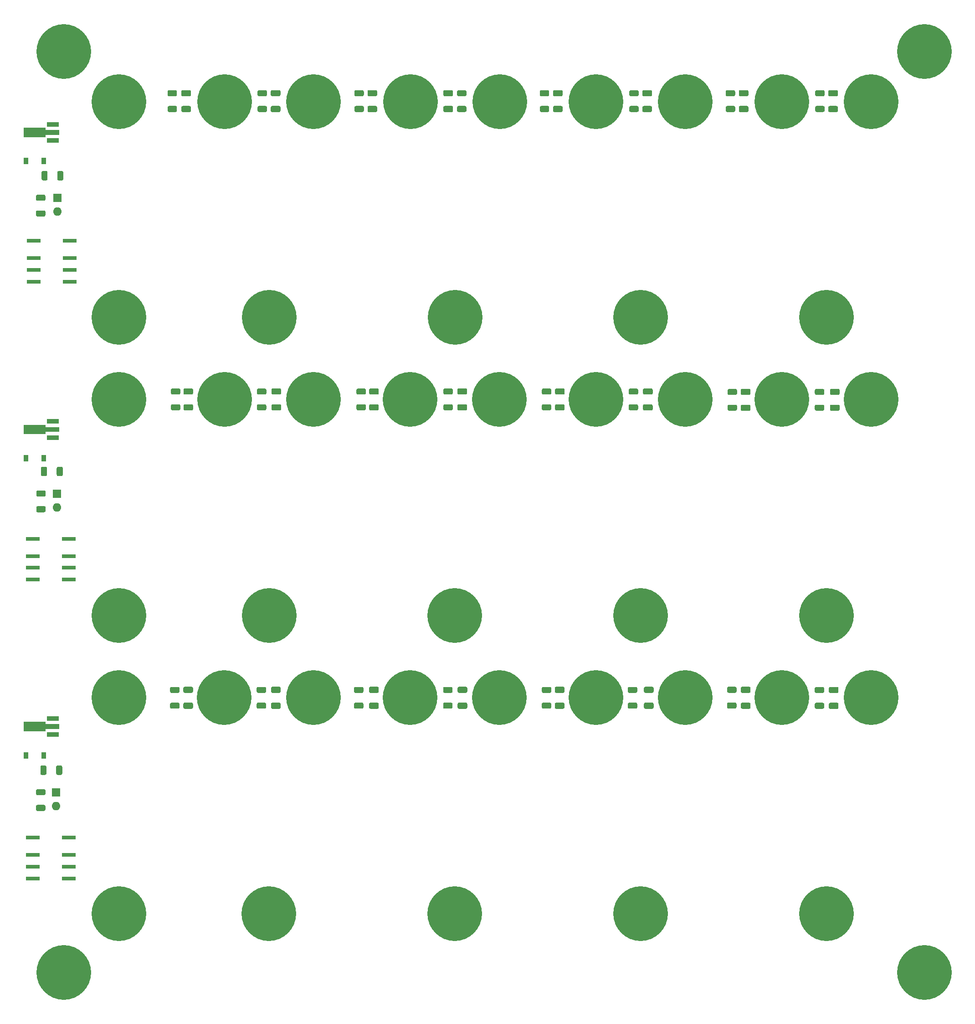
<source format=gbr>
%TF.GenerationSoftware,KiCad,Pcbnew,(5.1.9)-1*%
%TF.CreationDate,2021-07-24T23:41:22+02:00*%
%TF.ProjectId,RelayControls-HPK,52656c61-7943-46f6-9e74-726f6c732d48,V0.1*%
%TF.SameCoordinates,Original*%
%TF.FileFunction,Soldermask,Top*%
%TF.FilePolarity,Negative*%
%FSLAX46Y46*%
G04 Gerber Fmt 4.6, Leading zero omitted, Abs format (unit mm)*
G04 Created by KiCad (PCBNEW (5.1.9)-1) date 2021-07-24 23:41:22*
%MOMM*%
%LPD*%
G01*
G04 APERTURE LIST*
%ADD10R,0.900000X1.200000*%
%ADD11R,1.600000X1.600000*%
%ADD12O,1.600000X1.600000*%
%ADD13C,10.160000*%
%ADD14R,2.660000X0.800000*%
%ADD15C,0.100000*%
%ADD16R,2.300000X0.900000*%
G04 APERTURE END LIST*
%TO.C,C1*%
G36*
G01*
X120500001Y-37325000D02*
X119199999Y-37325000D01*
G75*
G02*
X118950000Y-37075001I0J249999D01*
G01*
X118950000Y-36424999D01*
G75*
G02*
X119199999Y-36175000I249999J0D01*
G01*
X120500001Y-36175000D01*
G75*
G02*
X120750000Y-36424999I0J-249999D01*
G01*
X120750000Y-37075001D01*
G75*
G02*
X120500001Y-37325000I-249999J0D01*
G01*
G37*
G36*
G01*
X120500001Y-40275000D02*
X119199999Y-40275000D01*
G75*
G02*
X118950000Y-40025001I0J249999D01*
G01*
X118950000Y-39374999D01*
G75*
G02*
X119199999Y-39125000I249999J0D01*
G01*
X120500001Y-39125000D01*
G75*
G02*
X120750000Y-39374999I0J-249999D01*
G01*
X120750000Y-40025001D01*
G75*
G02*
X120500001Y-40275000I-249999J0D01*
G01*
G37*
%TD*%
%TO.C,C2*%
G36*
G01*
X51425001Y-40275000D02*
X50124999Y-40275000D01*
G75*
G02*
X49875000Y-40025001I0J249999D01*
G01*
X49875000Y-39374999D01*
G75*
G02*
X50124999Y-39125000I249999J0D01*
G01*
X51425001Y-39125000D01*
G75*
G02*
X51675000Y-39374999I0J-249999D01*
G01*
X51675000Y-40025001D01*
G75*
G02*
X51425001Y-40275000I-249999J0D01*
G01*
G37*
G36*
G01*
X51425001Y-37325000D02*
X50124999Y-37325000D01*
G75*
G02*
X49875000Y-37075001I0J249999D01*
G01*
X49875000Y-36424999D01*
G75*
G02*
X50124999Y-36175000I249999J0D01*
G01*
X51425001Y-36175000D01*
G75*
G02*
X51675000Y-36424999I0J-249999D01*
G01*
X51675000Y-37075001D01*
G75*
G02*
X51425001Y-37325000I-249999J0D01*
G01*
G37*
%TD*%
%TO.C,C3*%
G36*
G01*
X86025001Y-37325000D02*
X84724999Y-37325000D01*
G75*
G02*
X84475000Y-37075001I0J249999D01*
G01*
X84475000Y-36424999D01*
G75*
G02*
X84724999Y-36175000I249999J0D01*
G01*
X86025001Y-36175000D01*
G75*
G02*
X86275000Y-36424999I0J-249999D01*
G01*
X86275000Y-37075001D01*
G75*
G02*
X86025001Y-37325000I-249999J0D01*
G01*
G37*
G36*
G01*
X86025001Y-40275000D02*
X84724999Y-40275000D01*
G75*
G02*
X84475000Y-40025001I0J249999D01*
G01*
X84475000Y-39374999D01*
G75*
G02*
X84724999Y-39125000I249999J0D01*
G01*
X86025001Y-39125000D01*
G75*
G02*
X86275000Y-39374999I0J-249999D01*
G01*
X86275000Y-40025001D01*
G75*
G02*
X86025001Y-40275000I-249999J0D01*
G01*
G37*
%TD*%
%TO.C,C4*%
G36*
G01*
X155025001Y-37325000D02*
X153724999Y-37325000D01*
G75*
G02*
X153475000Y-37075001I0J249999D01*
G01*
X153475000Y-36424999D01*
G75*
G02*
X153724999Y-36175000I249999J0D01*
G01*
X155025001Y-36175000D01*
G75*
G02*
X155275000Y-36424999I0J-249999D01*
G01*
X155275000Y-37075001D01*
G75*
G02*
X155025001Y-37325000I-249999J0D01*
G01*
G37*
G36*
G01*
X155025001Y-40275000D02*
X153724999Y-40275000D01*
G75*
G02*
X153475000Y-40025001I0J249999D01*
G01*
X153475000Y-39374999D01*
G75*
G02*
X153724999Y-39125000I249999J0D01*
G01*
X155025001Y-39125000D01*
G75*
G02*
X155275000Y-39374999I0J-249999D01*
G01*
X155275000Y-40025001D01*
G75*
G02*
X155025001Y-40275000I-249999J0D01*
G01*
G37*
%TD*%
%TO.C,C5*%
G36*
G01*
X135799999Y-39125000D02*
X137100001Y-39125000D01*
G75*
G02*
X137350000Y-39374999I0J-249999D01*
G01*
X137350000Y-40025001D01*
G75*
G02*
X137100001Y-40275000I-249999J0D01*
G01*
X135799999Y-40275000D01*
G75*
G02*
X135550000Y-40025001I0J249999D01*
G01*
X135550000Y-39374999D01*
G75*
G02*
X135799999Y-39125000I249999J0D01*
G01*
G37*
G36*
G01*
X135799999Y-36175000D02*
X137100001Y-36175000D01*
G75*
G02*
X137350000Y-36424999I0J-249999D01*
G01*
X137350000Y-37075001D01*
G75*
G02*
X137100001Y-37325000I-249999J0D01*
G01*
X135799999Y-37325000D01*
G75*
G02*
X135550000Y-37075001I0J249999D01*
G01*
X135550000Y-36424999D01*
G75*
G02*
X135799999Y-36175000I249999J0D01*
G01*
G37*
%TD*%
%TO.C,C6*%
G36*
G01*
X66749999Y-36175000D02*
X68050001Y-36175000D01*
G75*
G02*
X68300000Y-36424999I0J-249999D01*
G01*
X68300000Y-37075001D01*
G75*
G02*
X68050001Y-37325000I-249999J0D01*
G01*
X66749999Y-37325000D01*
G75*
G02*
X66500000Y-37075001I0J249999D01*
G01*
X66500000Y-36424999D01*
G75*
G02*
X66749999Y-36175000I249999J0D01*
G01*
G37*
G36*
G01*
X66749999Y-39125000D02*
X68050001Y-39125000D01*
G75*
G02*
X68300000Y-39374999I0J-249999D01*
G01*
X68300000Y-40025001D01*
G75*
G02*
X68050001Y-40275000I-249999J0D01*
G01*
X66749999Y-40275000D01*
G75*
G02*
X66500000Y-40025001I0J249999D01*
G01*
X66500000Y-39374999D01*
G75*
G02*
X66749999Y-39125000I249999J0D01*
G01*
G37*
%TD*%
%TO.C,C7*%
G36*
G01*
X98819999Y-39125000D02*
X100120001Y-39125000D01*
G75*
G02*
X100370000Y-39374999I0J-249999D01*
G01*
X100370000Y-40025001D01*
G75*
G02*
X100120001Y-40275000I-249999J0D01*
G01*
X98819999Y-40275000D01*
G75*
G02*
X98570000Y-40025001I0J249999D01*
G01*
X98570000Y-39374999D01*
G75*
G02*
X98819999Y-39125000I249999J0D01*
G01*
G37*
G36*
G01*
X98819999Y-36175000D02*
X100120001Y-36175000D01*
G75*
G02*
X100370000Y-36424999I0J-249999D01*
G01*
X100370000Y-37075001D01*
G75*
G02*
X100120001Y-37325000I-249999J0D01*
G01*
X98819999Y-37325000D01*
G75*
G02*
X98570000Y-37075001I0J249999D01*
G01*
X98570000Y-36424999D01*
G75*
G02*
X98819999Y-36175000I249999J0D01*
G01*
G37*
%TD*%
%TO.C,C8*%
G36*
G01*
X170349999Y-36175000D02*
X171650001Y-36175000D01*
G75*
G02*
X171900000Y-36424999I0J-249999D01*
G01*
X171900000Y-37075001D01*
G75*
G02*
X171650001Y-37325000I-249999J0D01*
G01*
X170349999Y-37325000D01*
G75*
G02*
X170100000Y-37075001I0J249999D01*
G01*
X170100000Y-36424999D01*
G75*
G02*
X170349999Y-36175000I249999J0D01*
G01*
G37*
G36*
G01*
X170349999Y-39125000D02*
X171650001Y-39125000D01*
G75*
G02*
X171900000Y-39374999I0J-249999D01*
G01*
X171900000Y-40025001D01*
G75*
G02*
X171650001Y-40275000I-249999J0D01*
G01*
X170349999Y-40275000D01*
G75*
G02*
X170100000Y-40025001I0J249999D01*
G01*
X170100000Y-39374999D01*
G75*
G02*
X170349999Y-39125000I249999J0D01*
G01*
G37*
%TD*%
%TO.C,C9*%
G36*
G01*
X120875001Y-92725000D02*
X119574999Y-92725000D01*
G75*
G02*
X119325000Y-92475001I0J249999D01*
G01*
X119325000Y-91824999D01*
G75*
G02*
X119574999Y-91575000I249999J0D01*
G01*
X120875001Y-91575000D01*
G75*
G02*
X121125000Y-91824999I0J-249999D01*
G01*
X121125000Y-92475001D01*
G75*
G02*
X120875001Y-92725000I-249999J0D01*
G01*
G37*
G36*
G01*
X120875001Y-95675000D02*
X119574999Y-95675000D01*
G75*
G02*
X119325000Y-95425001I0J249999D01*
G01*
X119325000Y-94774999D01*
G75*
G02*
X119574999Y-94525000I249999J0D01*
G01*
X120875001Y-94525000D01*
G75*
G02*
X121125000Y-94774999I0J-249999D01*
G01*
X121125000Y-95425001D01*
G75*
G02*
X120875001Y-95675000I-249999J0D01*
G01*
G37*
%TD*%
%TO.C,C10*%
G36*
G01*
X51825001Y-95675000D02*
X50524999Y-95675000D01*
G75*
G02*
X50275000Y-95425001I0J249999D01*
G01*
X50275000Y-94774999D01*
G75*
G02*
X50524999Y-94525000I249999J0D01*
G01*
X51825001Y-94525000D01*
G75*
G02*
X52075000Y-94774999I0J-249999D01*
G01*
X52075000Y-95425001D01*
G75*
G02*
X51825001Y-95675000I-249999J0D01*
G01*
G37*
G36*
G01*
X51825001Y-92725000D02*
X50524999Y-92725000D01*
G75*
G02*
X50275000Y-92475001I0J249999D01*
G01*
X50275000Y-91824999D01*
G75*
G02*
X50524999Y-91575000I249999J0D01*
G01*
X51825001Y-91575000D01*
G75*
G02*
X52075000Y-91824999I0J-249999D01*
G01*
X52075000Y-92475001D01*
G75*
G02*
X51825001Y-92725000I-249999J0D01*
G01*
G37*
%TD*%
%TO.C,C11*%
G36*
G01*
X86325001Y-95675000D02*
X85024999Y-95675000D01*
G75*
G02*
X84775000Y-95425001I0J249999D01*
G01*
X84775000Y-94774999D01*
G75*
G02*
X85024999Y-94525000I249999J0D01*
G01*
X86325001Y-94525000D01*
G75*
G02*
X86575000Y-94774999I0J-249999D01*
G01*
X86575000Y-95425001D01*
G75*
G02*
X86325001Y-95675000I-249999J0D01*
G01*
G37*
G36*
G01*
X86325001Y-92725000D02*
X85024999Y-92725000D01*
G75*
G02*
X84775000Y-92475001I0J249999D01*
G01*
X84775000Y-91824999D01*
G75*
G02*
X85024999Y-91575000I249999J0D01*
G01*
X86325001Y-91575000D01*
G75*
G02*
X86575000Y-91824999I0J-249999D01*
G01*
X86575000Y-92475001D01*
G75*
G02*
X86325001Y-92725000I-249999J0D01*
G01*
G37*
%TD*%
%TO.C,C12*%
G36*
G01*
X155390001Y-92790000D02*
X154089999Y-92790000D01*
G75*
G02*
X153840000Y-92540001I0J249999D01*
G01*
X153840000Y-91889999D01*
G75*
G02*
X154089999Y-91640000I249999J0D01*
G01*
X155390001Y-91640000D01*
G75*
G02*
X155640000Y-91889999I0J-249999D01*
G01*
X155640000Y-92540001D01*
G75*
G02*
X155390001Y-92790000I-249999J0D01*
G01*
G37*
G36*
G01*
X155390001Y-95740000D02*
X154089999Y-95740000D01*
G75*
G02*
X153840000Y-95490001I0J249999D01*
G01*
X153840000Y-94839999D01*
G75*
G02*
X154089999Y-94590000I249999J0D01*
G01*
X155390001Y-94590000D01*
G75*
G02*
X155640000Y-94839999I0J-249999D01*
G01*
X155640000Y-95490001D01*
G75*
G02*
X155390001Y-95740000I-249999J0D01*
G01*
G37*
%TD*%
%TO.C,C13*%
G36*
G01*
X135924999Y-91575000D02*
X137225001Y-91575000D01*
G75*
G02*
X137475000Y-91824999I0J-249999D01*
G01*
X137475000Y-92475001D01*
G75*
G02*
X137225001Y-92725000I-249999J0D01*
G01*
X135924999Y-92725000D01*
G75*
G02*
X135675000Y-92475001I0J249999D01*
G01*
X135675000Y-91824999D01*
G75*
G02*
X135924999Y-91575000I249999J0D01*
G01*
G37*
G36*
G01*
X135924999Y-94525000D02*
X137225001Y-94525000D01*
G75*
G02*
X137475000Y-94774999I0J-249999D01*
G01*
X137475000Y-95425001D01*
G75*
G02*
X137225001Y-95675000I-249999J0D01*
G01*
X135924999Y-95675000D01*
G75*
G02*
X135675000Y-95425001I0J249999D01*
G01*
X135675000Y-94774999D01*
G75*
G02*
X135924999Y-94525000I249999J0D01*
G01*
G37*
%TD*%
%TO.C,C14*%
G36*
G01*
X66874999Y-91575000D02*
X68175001Y-91575000D01*
G75*
G02*
X68425000Y-91824999I0J-249999D01*
G01*
X68425000Y-92475001D01*
G75*
G02*
X68175001Y-92725000I-249999J0D01*
G01*
X66874999Y-92725000D01*
G75*
G02*
X66625000Y-92475001I0J249999D01*
G01*
X66625000Y-91824999D01*
G75*
G02*
X66874999Y-91575000I249999J0D01*
G01*
G37*
G36*
G01*
X66874999Y-94525000D02*
X68175001Y-94525000D01*
G75*
G02*
X68425000Y-94774999I0J-249999D01*
G01*
X68425000Y-95425001D01*
G75*
G02*
X68175001Y-95675000I-249999J0D01*
G01*
X66874999Y-95675000D01*
G75*
G02*
X66625000Y-95425001I0J249999D01*
G01*
X66625000Y-94774999D01*
G75*
G02*
X66874999Y-94525000I249999J0D01*
G01*
G37*
%TD*%
%TO.C,C15*%
G36*
G01*
X101424999Y-91575000D02*
X102725001Y-91575000D01*
G75*
G02*
X102975000Y-91824999I0J-249999D01*
G01*
X102975000Y-92475001D01*
G75*
G02*
X102725001Y-92725000I-249999J0D01*
G01*
X101424999Y-92725000D01*
G75*
G02*
X101175000Y-92475001I0J249999D01*
G01*
X101175000Y-91824999D01*
G75*
G02*
X101424999Y-91575000I249999J0D01*
G01*
G37*
G36*
G01*
X101424999Y-94525000D02*
X102725001Y-94525000D01*
G75*
G02*
X102975000Y-94774999I0J-249999D01*
G01*
X102975000Y-95425001D01*
G75*
G02*
X102725001Y-95675000I-249999J0D01*
G01*
X101424999Y-95675000D01*
G75*
G02*
X101175000Y-95425001I0J249999D01*
G01*
X101175000Y-94774999D01*
G75*
G02*
X101424999Y-94525000I249999J0D01*
G01*
G37*
%TD*%
%TO.C,C16*%
G36*
G01*
X170669999Y-91640000D02*
X171970001Y-91640000D01*
G75*
G02*
X172220000Y-91889999I0J-249999D01*
G01*
X172220000Y-92540001D01*
G75*
G02*
X171970001Y-92790000I-249999J0D01*
G01*
X170669999Y-92790000D01*
G75*
G02*
X170420000Y-92540001I0J249999D01*
G01*
X170420000Y-91889999D01*
G75*
G02*
X170669999Y-91640000I249999J0D01*
G01*
G37*
G36*
G01*
X170669999Y-94590000D02*
X171970001Y-94590000D01*
G75*
G02*
X172220000Y-94839999I0J-249999D01*
G01*
X172220000Y-95490001D01*
G75*
G02*
X171970001Y-95740000I-249999J0D01*
G01*
X170669999Y-95740000D01*
G75*
G02*
X170420000Y-95490001I0J249999D01*
G01*
X170420000Y-94839999D01*
G75*
G02*
X170669999Y-94590000I249999J0D01*
G01*
G37*
%TD*%
%TO.C,C17*%
G36*
G01*
X120825001Y-151075000D02*
X119524999Y-151075000D01*
G75*
G02*
X119275000Y-150825001I0J249999D01*
G01*
X119275000Y-150174999D01*
G75*
G02*
X119524999Y-149925000I249999J0D01*
G01*
X120825001Y-149925000D01*
G75*
G02*
X121075000Y-150174999I0J-249999D01*
G01*
X121075000Y-150825001D01*
G75*
G02*
X120825001Y-151075000I-249999J0D01*
G01*
G37*
G36*
G01*
X120825001Y-148125000D02*
X119524999Y-148125000D01*
G75*
G02*
X119275000Y-147875001I0J249999D01*
G01*
X119275000Y-147224999D01*
G75*
G02*
X119524999Y-146975000I249999J0D01*
G01*
X120825001Y-146975000D01*
G75*
G02*
X121075000Y-147224999I0J-249999D01*
G01*
X121075000Y-147875001D01*
G75*
G02*
X120825001Y-148125000I-249999J0D01*
G01*
G37*
%TD*%
%TO.C,C18*%
G36*
G01*
X51800001Y-148125000D02*
X50499999Y-148125000D01*
G75*
G02*
X50250000Y-147875001I0J249999D01*
G01*
X50250000Y-147224999D01*
G75*
G02*
X50499999Y-146975000I249999J0D01*
G01*
X51800001Y-146975000D01*
G75*
G02*
X52050000Y-147224999I0J-249999D01*
G01*
X52050000Y-147875001D01*
G75*
G02*
X51800001Y-148125000I-249999J0D01*
G01*
G37*
G36*
G01*
X51800001Y-151075000D02*
X50499999Y-151075000D01*
G75*
G02*
X50250000Y-150825001I0J249999D01*
G01*
X50250000Y-150174999D01*
G75*
G02*
X50499999Y-149925000I249999J0D01*
G01*
X51800001Y-149925000D01*
G75*
G02*
X52050000Y-150174999I0J-249999D01*
G01*
X52050000Y-150825001D01*
G75*
G02*
X51800001Y-151075000I-249999J0D01*
G01*
G37*
%TD*%
%TO.C,C19*%
G36*
G01*
X86325001Y-148125000D02*
X85024999Y-148125000D01*
G75*
G02*
X84775000Y-147875001I0J249999D01*
G01*
X84775000Y-147224999D01*
G75*
G02*
X85024999Y-146975000I249999J0D01*
G01*
X86325001Y-146975000D01*
G75*
G02*
X86575000Y-147224999I0J-249999D01*
G01*
X86575000Y-147875001D01*
G75*
G02*
X86325001Y-148125000I-249999J0D01*
G01*
G37*
G36*
G01*
X86325001Y-151075000D02*
X85024999Y-151075000D01*
G75*
G02*
X84775000Y-150825001I0J249999D01*
G01*
X84775000Y-150174999D01*
G75*
G02*
X85024999Y-149925000I249999J0D01*
G01*
X86325001Y-149925000D01*
G75*
G02*
X86575000Y-150174999I0J-249999D01*
G01*
X86575000Y-150825001D01*
G75*
G02*
X86325001Y-151075000I-249999J0D01*
G01*
G37*
%TD*%
%TO.C,C20*%
G36*
G01*
X155410001Y-151075000D02*
X154109999Y-151075000D01*
G75*
G02*
X153860000Y-150825001I0J249999D01*
G01*
X153860000Y-150174999D01*
G75*
G02*
X154109999Y-149925000I249999J0D01*
G01*
X155410001Y-149925000D01*
G75*
G02*
X155660000Y-150174999I0J-249999D01*
G01*
X155660000Y-150825001D01*
G75*
G02*
X155410001Y-151075000I-249999J0D01*
G01*
G37*
G36*
G01*
X155410001Y-148125000D02*
X154109999Y-148125000D01*
G75*
G02*
X153860000Y-147875001I0J249999D01*
G01*
X153860000Y-147224999D01*
G75*
G02*
X154109999Y-146975000I249999J0D01*
G01*
X155410001Y-146975000D01*
G75*
G02*
X155660000Y-147224999I0J-249999D01*
G01*
X155660000Y-147875001D01*
G75*
G02*
X155410001Y-148125000I-249999J0D01*
G01*
G37*
%TD*%
%TO.C,C21*%
G36*
G01*
X136099999Y-149925000D02*
X137400001Y-149925000D01*
G75*
G02*
X137650000Y-150174999I0J-249999D01*
G01*
X137650000Y-150825001D01*
G75*
G02*
X137400001Y-151075000I-249999J0D01*
G01*
X136099999Y-151075000D01*
G75*
G02*
X135850000Y-150825001I0J249999D01*
G01*
X135850000Y-150174999D01*
G75*
G02*
X136099999Y-149925000I249999J0D01*
G01*
G37*
G36*
G01*
X136099999Y-146975000D02*
X137400001Y-146975000D01*
G75*
G02*
X137650000Y-147224999I0J-249999D01*
G01*
X137650000Y-147875001D01*
G75*
G02*
X137400001Y-148125000I-249999J0D01*
G01*
X136099999Y-148125000D01*
G75*
G02*
X135850000Y-147875001I0J249999D01*
G01*
X135850000Y-147224999D01*
G75*
G02*
X136099999Y-146975000I249999J0D01*
G01*
G37*
%TD*%
%TO.C,C22*%
G36*
G01*
X66799999Y-149925000D02*
X68100001Y-149925000D01*
G75*
G02*
X68350000Y-150174999I0J-249999D01*
G01*
X68350000Y-150825001D01*
G75*
G02*
X68100001Y-151075000I-249999J0D01*
G01*
X66799999Y-151075000D01*
G75*
G02*
X66550000Y-150825001I0J249999D01*
G01*
X66550000Y-150174999D01*
G75*
G02*
X66799999Y-149925000I249999J0D01*
G01*
G37*
G36*
G01*
X66799999Y-146975000D02*
X68100001Y-146975000D01*
G75*
G02*
X68350000Y-147224999I0J-249999D01*
G01*
X68350000Y-147875001D01*
G75*
G02*
X68100001Y-148125000I-249999J0D01*
G01*
X66799999Y-148125000D01*
G75*
G02*
X66550000Y-147875001I0J249999D01*
G01*
X66550000Y-147224999D01*
G75*
G02*
X66799999Y-146975000I249999J0D01*
G01*
G37*
%TD*%
%TO.C,C23*%
G36*
G01*
X101474999Y-146975000D02*
X102775001Y-146975000D01*
G75*
G02*
X103025000Y-147224999I0J-249999D01*
G01*
X103025000Y-147875001D01*
G75*
G02*
X102775001Y-148125000I-249999J0D01*
G01*
X101474999Y-148125000D01*
G75*
G02*
X101225000Y-147875001I0J249999D01*
G01*
X101225000Y-147224999D01*
G75*
G02*
X101474999Y-146975000I249999J0D01*
G01*
G37*
G36*
G01*
X101474999Y-149925000D02*
X102775001Y-149925000D01*
G75*
G02*
X103025000Y-150174999I0J-249999D01*
G01*
X103025000Y-150825001D01*
G75*
G02*
X102775001Y-151075000I-249999J0D01*
G01*
X101474999Y-151075000D01*
G75*
G02*
X101225000Y-150825001I0J249999D01*
G01*
X101225000Y-150174999D01*
G75*
G02*
X101474999Y-149925000I249999J0D01*
G01*
G37*
%TD*%
%TO.C,C24*%
G36*
G01*
X170459999Y-149950000D02*
X171760001Y-149950000D01*
G75*
G02*
X172010000Y-150199999I0J-249999D01*
G01*
X172010000Y-150850001D01*
G75*
G02*
X171760001Y-151100000I-249999J0D01*
G01*
X170459999Y-151100000D01*
G75*
G02*
X170210000Y-150850001I0J249999D01*
G01*
X170210000Y-150199999D01*
G75*
G02*
X170459999Y-149950000I249999J0D01*
G01*
G37*
G36*
G01*
X170459999Y-147000000D02*
X171760001Y-147000000D01*
G75*
G02*
X172010000Y-147249999I0J-249999D01*
G01*
X172010000Y-147900001D01*
G75*
G02*
X171760001Y-148150000I-249999J0D01*
G01*
X170459999Y-148150000D01*
G75*
G02*
X170210000Y-147900001I0J249999D01*
G01*
X170210000Y-147249999D01*
G75*
G02*
X170459999Y-147000000I249999J0D01*
G01*
G37*
%TD*%
D10*
%TO.C,D1*%
X24305001Y-49325000D03*
X21005001Y-49325000D03*
%TD*%
D11*
%TO.C,D2*%
X26850000Y-56200000D03*
D12*
X26850000Y-58740000D03*
%TD*%
D10*
%TO.C,D3*%
X20999999Y-104500000D03*
X24299999Y-104500000D03*
%TD*%
D12*
%TO.C,D4*%
X26743629Y-113665000D03*
D11*
X26743629Y-111125000D03*
%TD*%
D10*
%TO.C,D5*%
X21000000Y-159750000D03*
X24300000Y-159750000D03*
%TD*%
D11*
%TO.C,D6*%
X26638629Y-166600000D03*
D12*
X26638629Y-169140000D03*
%TD*%
D13*
%TO.C,RED*%
X28000000Y-29000000D03*
%TD*%
%TO.C,BLACK*%
X188000000Y-200000000D03*
%TD*%
%TO.C,BLACK*%
X38300000Y-78350000D03*
%TD*%
%TO.C,BLACK*%
X66200000Y-78350000D03*
%TD*%
%TO.C,BLACK*%
X135250000Y-78375000D03*
%TD*%
%TO.C,BLACK*%
X100750000Y-78350000D03*
%TD*%
%TO.C,BLACK*%
X169775000Y-78375000D03*
%TD*%
%TO.C,RED*%
X38300000Y-38350000D03*
%TD*%
%TO.C,BLACK*%
X74475000Y-38350000D03*
%TD*%
%TO.C,BLACK*%
X57900000Y-38350000D03*
%TD*%
%TO.C,BLACK*%
X143525000Y-38355000D03*
%TD*%
%TO.C,BLACK*%
X126970000Y-38355000D03*
%TD*%
%TO.C,BLACK*%
X109040000Y-38355000D03*
%TD*%
%TO.C,BLACK*%
X92445000Y-38355000D03*
%TD*%
%TO.C,BLACK*%
X178070000Y-38350000D03*
%TD*%
%TO.C,BLACK*%
X161495000Y-38350000D03*
%TD*%
%TO.C,BLACK*%
X38275000Y-133750000D03*
%TD*%
%TO.C,BLACK*%
X135252500Y-133750000D03*
%TD*%
%TO.C,BLACK*%
X66182500Y-133750000D03*
%TD*%
%TO.C,BLACK*%
X100700000Y-133750000D03*
%TD*%
%TO.C,BLACK*%
X169777500Y-133750000D03*
%TD*%
%TO.C,RED*%
X38300000Y-93645000D03*
%TD*%
%TO.C,BLACK*%
X143525000Y-93645000D03*
%TD*%
%TO.C,BLACK*%
X126970000Y-93645000D03*
%TD*%
%TO.C,BLACK*%
X74475000Y-93645000D03*
%TD*%
%TO.C,BLACK*%
X57900000Y-93645000D03*
%TD*%
%TO.C,BLACK*%
X109000000Y-93645000D03*
%TD*%
%TO.C,BLACK*%
X92425000Y-93645000D03*
%TD*%
%TO.C,BLACK*%
X178070000Y-93645000D03*
%TD*%
%TO.C,BLACK*%
X161495000Y-93645000D03*
%TD*%
%TO.C,BLACK*%
X38275000Y-189155000D03*
%TD*%
%TO.C,BLACK*%
X135227500Y-189155000D03*
%TD*%
%TO.C,BLACK*%
X66157500Y-189155000D03*
%TD*%
%TO.C,BLACK*%
X100682500Y-189155000D03*
%TD*%
%TO.C,BLACK*%
X169752500Y-189155000D03*
%TD*%
%TO.C,RED*%
X38275000Y-149025000D03*
%TD*%
%TO.C,BLACK*%
X143500000Y-149025000D03*
%TD*%
%TO.C,BLACK*%
X126945000Y-149025000D03*
%TD*%
%TO.C,BLACK*%
X74450000Y-149025000D03*
%TD*%
%TO.C,BLACK*%
X57875000Y-149025000D03*
%TD*%
%TO.C,BLACK*%
X108975000Y-149000000D03*
%TD*%
%TO.C,BLACK*%
X92400000Y-149025000D03*
%TD*%
%TO.C,BLACK*%
X178045000Y-149025000D03*
%TD*%
%TO.C,BLACK*%
X161470000Y-149025000D03*
%TD*%
%TO.C,RED*%
X188000000Y-29000000D03*
%TD*%
%TO.C,BLACK*%
X28000000Y-200000000D03*
%TD*%
D14*
%TO.C,K1*%
X22410001Y-64154999D03*
X22410001Y-67354999D03*
X22410001Y-69554999D03*
X22410001Y-71754999D03*
X29150001Y-71754999D03*
X29150001Y-69554999D03*
X29150001Y-67354999D03*
X29150001Y-64154999D03*
%TD*%
%TO.C,K2*%
X22260000Y-119500000D03*
X22260000Y-122700000D03*
X22260000Y-124900000D03*
X22260000Y-127100000D03*
X29000000Y-127100000D03*
X29000000Y-124900000D03*
X29000000Y-122700000D03*
X29000000Y-119500000D03*
%TD*%
%TO.C,K3*%
X29000000Y-175000000D03*
X29000000Y-178200000D03*
X29000000Y-180400000D03*
X29000000Y-182600000D03*
X22260000Y-182600000D03*
X22260000Y-180400000D03*
X22260000Y-178200000D03*
X22260000Y-175000000D03*
%TD*%
D15*
%TO.C,Q1*%
G36*
X20555001Y-43158500D02*
G01*
X24680001Y-43158500D01*
X24680001Y-43575000D01*
X27155001Y-43575000D01*
X27155001Y-44475000D01*
X24680001Y-44475000D01*
X24680001Y-44891500D01*
X20555001Y-44891500D01*
X20555001Y-43158500D01*
G37*
D16*
X26005001Y-42525000D03*
X26005001Y-45525000D03*
%TD*%
%TO.C,Q2*%
X25999999Y-100700000D03*
X25999999Y-97700000D03*
D15*
G36*
X20549999Y-98333500D02*
G01*
X24674999Y-98333500D01*
X24674999Y-98750000D01*
X27149999Y-98750000D01*
X27149999Y-99650000D01*
X24674999Y-99650000D01*
X24674999Y-100066500D01*
X20549999Y-100066500D01*
X20549999Y-98333500D01*
G37*
%TD*%
D16*
%TO.C,Q3*%
X26000000Y-155875000D03*
X26000000Y-152875000D03*
D15*
G36*
X20550000Y-153508500D02*
G01*
X24675000Y-153508500D01*
X24675000Y-153925000D01*
X27150000Y-153925000D01*
X27150000Y-154825000D01*
X24675000Y-154825000D01*
X24675000Y-155241500D01*
X20550000Y-155241500D01*
X20550000Y-153508500D01*
G37*
%TD*%
%TO.C,R1*%
G36*
G01*
X26831371Y-52700001D02*
X26831371Y-51449999D01*
G75*
G02*
X27081370Y-51200000I249999J0D01*
G01*
X27706372Y-51200000D01*
G75*
G02*
X27956371Y-51449999I0J-249999D01*
G01*
X27956371Y-52700001D01*
G75*
G02*
X27706372Y-52950000I-249999J0D01*
G01*
X27081370Y-52950000D01*
G75*
G02*
X26831371Y-52700001I0J249999D01*
G01*
G37*
G36*
G01*
X23906371Y-52700001D02*
X23906371Y-51449999D01*
G75*
G02*
X24156370Y-51200000I249999J0D01*
G01*
X24781372Y-51200000D01*
G75*
G02*
X25031371Y-51449999I0J-249999D01*
G01*
X25031371Y-52700001D01*
G75*
G02*
X24781372Y-52950000I-249999J0D01*
G01*
X24156370Y-52950000D01*
G75*
G02*
X23906371Y-52700001I0J249999D01*
G01*
G37*
%TD*%
%TO.C,R2*%
G36*
G01*
X64299999Y-39125000D02*
X65550001Y-39125000D01*
G75*
G02*
X65800000Y-39374999I0J-249999D01*
G01*
X65800000Y-40000001D01*
G75*
G02*
X65550001Y-40250000I-249999J0D01*
G01*
X64299999Y-40250000D01*
G75*
G02*
X64050000Y-40000001I0J249999D01*
G01*
X64050000Y-39374999D01*
G75*
G02*
X64299999Y-39125000I249999J0D01*
G01*
G37*
G36*
G01*
X64299999Y-36200000D02*
X65550001Y-36200000D01*
G75*
G02*
X65800000Y-36449999I0J-249999D01*
G01*
X65800000Y-37075001D01*
G75*
G02*
X65550001Y-37325000I-249999J0D01*
G01*
X64299999Y-37325000D01*
G75*
G02*
X64050000Y-37075001I0J249999D01*
G01*
X64050000Y-36449999D01*
G75*
G02*
X64299999Y-36200000I249999J0D01*
G01*
G37*
%TD*%
%TO.C,R3*%
G36*
G01*
X118000001Y-40250000D02*
X116749999Y-40250000D01*
G75*
G02*
X116500000Y-40000001I0J249999D01*
G01*
X116500000Y-39374999D01*
G75*
G02*
X116749999Y-39125000I249999J0D01*
G01*
X118000001Y-39125000D01*
G75*
G02*
X118250000Y-39374999I0J-249999D01*
G01*
X118250000Y-40000001D01*
G75*
G02*
X118000001Y-40250000I-249999J0D01*
G01*
G37*
G36*
G01*
X118000001Y-37325000D02*
X116749999Y-37325000D01*
G75*
G02*
X116500000Y-37075001I0J249999D01*
G01*
X116500000Y-36449999D01*
G75*
G02*
X116749999Y-36200000I249999J0D01*
G01*
X118000001Y-36200000D01*
G75*
G02*
X118250000Y-36449999I0J-249999D01*
G01*
X118250000Y-37075001D01*
G75*
G02*
X118000001Y-37325000I-249999J0D01*
G01*
G37*
%TD*%
%TO.C,R4*%
G36*
G01*
X48825001Y-37325000D02*
X47574999Y-37325000D01*
G75*
G02*
X47325000Y-37075001I0J249999D01*
G01*
X47325000Y-36449999D01*
G75*
G02*
X47574999Y-36200000I249999J0D01*
G01*
X48825001Y-36200000D01*
G75*
G02*
X49075000Y-36449999I0J-249999D01*
G01*
X49075000Y-37075001D01*
G75*
G02*
X48825001Y-37325000I-249999J0D01*
G01*
G37*
G36*
G01*
X48825001Y-40250000D02*
X47574999Y-40250000D01*
G75*
G02*
X47325000Y-40000001I0J249999D01*
G01*
X47325000Y-39374999D01*
G75*
G02*
X47574999Y-39125000I249999J0D01*
G01*
X48825001Y-39125000D01*
G75*
G02*
X49075000Y-39374999I0J-249999D01*
G01*
X49075000Y-40000001D01*
G75*
G02*
X48825001Y-40250000I-249999J0D01*
G01*
G37*
%TD*%
%TO.C,R5*%
G36*
G01*
X83550001Y-37325000D02*
X82299999Y-37325000D01*
G75*
G02*
X82050000Y-37075001I0J249999D01*
G01*
X82050000Y-36449999D01*
G75*
G02*
X82299999Y-36200000I249999J0D01*
G01*
X83550001Y-36200000D01*
G75*
G02*
X83800000Y-36449999I0J-249999D01*
G01*
X83800000Y-37075001D01*
G75*
G02*
X83550001Y-37325000I-249999J0D01*
G01*
G37*
G36*
G01*
X83550001Y-40250000D02*
X82299999Y-40250000D01*
G75*
G02*
X82050000Y-40000001I0J249999D01*
G01*
X82050000Y-39374999D01*
G75*
G02*
X82299999Y-39125000I249999J0D01*
G01*
X83550001Y-39125000D01*
G75*
G02*
X83800000Y-39374999I0J-249999D01*
G01*
X83800000Y-40000001D01*
G75*
G02*
X83550001Y-40250000I-249999J0D01*
G01*
G37*
%TD*%
%TO.C,R6*%
G36*
G01*
X152550001Y-40250000D02*
X151299999Y-40250000D01*
G75*
G02*
X151050000Y-40000001I0J249999D01*
G01*
X151050000Y-39374999D01*
G75*
G02*
X151299999Y-39125000I249999J0D01*
G01*
X152550001Y-39125000D01*
G75*
G02*
X152800000Y-39374999I0J-249999D01*
G01*
X152800000Y-40000001D01*
G75*
G02*
X152550001Y-40250000I-249999J0D01*
G01*
G37*
G36*
G01*
X152550001Y-37325000D02*
X151299999Y-37325000D01*
G75*
G02*
X151050000Y-37075001I0J249999D01*
G01*
X151050000Y-36449999D01*
G75*
G02*
X151299999Y-36200000I249999J0D01*
G01*
X152550001Y-36200000D01*
G75*
G02*
X152800000Y-36449999I0J-249999D01*
G01*
X152800000Y-37075001D01*
G75*
G02*
X152550001Y-37325000I-249999J0D01*
G01*
G37*
%TD*%
%TO.C,R7*%
G36*
G01*
X133374999Y-36200000D02*
X134625001Y-36200000D01*
G75*
G02*
X134875000Y-36449999I0J-249999D01*
G01*
X134875000Y-37075001D01*
G75*
G02*
X134625001Y-37325000I-249999J0D01*
G01*
X133374999Y-37325000D01*
G75*
G02*
X133125000Y-37075001I0J249999D01*
G01*
X133125000Y-36449999D01*
G75*
G02*
X133374999Y-36200000I249999J0D01*
G01*
G37*
G36*
G01*
X133374999Y-39125000D02*
X134625001Y-39125000D01*
G75*
G02*
X134875000Y-39374999I0J-249999D01*
G01*
X134875000Y-40000001D01*
G75*
G02*
X134625001Y-40250000I-249999J0D01*
G01*
X133374999Y-40250000D01*
G75*
G02*
X133125000Y-40000001I0J249999D01*
G01*
X133125000Y-39374999D01*
G75*
G02*
X133374999Y-39125000I249999J0D01*
G01*
G37*
%TD*%
%TO.C,R8*%
G36*
G01*
X101369999Y-39125000D02*
X102620001Y-39125000D01*
G75*
G02*
X102870000Y-39374999I0J-249999D01*
G01*
X102870000Y-40000001D01*
G75*
G02*
X102620001Y-40250000I-249999J0D01*
G01*
X101369999Y-40250000D01*
G75*
G02*
X101120000Y-40000001I0J249999D01*
G01*
X101120000Y-39374999D01*
G75*
G02*
X101369999Y-39125000I249999J0D01*
G01*
G37*
G36*
G01*
X101369999Y-36200000D02*
X102620001Y-36200000D01*
G75*
G02*
X102870000Y-36449999I0J-249999D01*
G01*
X102870000Y-37075001D01*
G75*
G02*
X102620001Y-37325000I-249999J0D01*
G01*
X101369999Y-37325000D01*
G75*
G02*
X101120000Y-37075001I0J249999D01*
G01*
X101120000Y-36449999D01*
G75*
G02*
X101369999Y-36200000I249999J0D01*
G01*
G37*
%TD*%
%TO.C,R9*%
G36*
G01*
X167924999Y-39125000D02*
X169175001Y-39125000D01*
G75*
G02*
X169425000Y-39374999I0J-249999D01*
G01*
X169425000Y-40000001D01*
G75*
G02*
X169175001Y-40250000I-249999J0D01*
G01*
X167924999Y-40250000D01*
G75*
G02*
X167675000Y-40000001I0J249999D01*
G01*
X167675000Y-39374999D01*
G75*
G02*
X167924999Y-39125000I249999J0D01*
G01*
G37*
G36*
G01*
X167924999Y-36200000D02*
X169175001Y-36200000D01*
G75*
G02*
X169425000Y-36449999I0J-249999D01*
G01*
X169425000Y-37075001D01*
G75*
G02*
X169175001Y-37325000I-249999J0D01*
G01*
X167924999Y-37325000D01*
G75*
G02*
X167675000Y-37075001I0J249999D01*
G01*
X167675000Y-36449999D01*
G75*
G02*
X167924999Y-36200000I249999J0D01*
G01*
G37*
%TD*%
%TO.C,R10*%
G36*
G01*
X24375001Y-56725685D02*
X23124999Y-56725685D01*
G75*
G02*
X22875000Y-56475686I0J249999D01*
G01*
X22875000Y-55850684D01*
G75*
G02*
X23124999Y-55600685I249999J0D01*
G01*
X24375001Y-55600685D01*
G75*
G02*
X24625000Y-55850684I0J-249999D01*
G01*
X24625000Y-56475686D01*
G75*
G02*
X24375001Y-56725685I-249999J0D01*
G01*
G37*
G36*
G01*
X24375001Y-59650685D02*
X23124999Y-59650685D01*
G75*
G02*
X22875000Y-59400686I0J249999D01*
G01*
X22875000Y-58775684D01*
G75*
G02*
X23124999Y-58525685I249999J0D01*
G01*
X24375001Y-58525685D01*
G75*
G02*
X24625000Y-58775684I0J-249999D01*
G01*
X24625000Y-59400686D01*
G75*
G02*
X24375001Y-59650685I-249999J0D01*
G01*
G37*
%TD*%
%TO.C,R11*%
G36*
G01*
X23800000Y-107625001D02*
X23800000Y-106374999D01*
G75*
G02*
X24049999Y-106125000I249999J0D01*
G01*
X24675001Y-106125000D01*
G75*
G02*
X24925000Y-106374999I0J-249999D01*
G01*
X24925000Y-107625001D01*
G75*
G02*
X24675001Y-107875000I-249999J0D01*
G01*
X24049999Y-107875000D01*
G75*
G02*
X23800000Y-107625001I0J249999D01*
G01*
G37*
G36*
G01*
X26725000Y-107625001D02*
X26725000Y-106374999D01*
G75*
G02*
X26974999Y-106125000I249999J0D01*
G01*
X27600001Y-106125000D01*
G75*
G02*
X27850000Y-106374999I0J-249999D01*
G01*
X27850000Y-107625001D01*
G75*
G02*
X27600001Y-107875000I-249999J0D01*
G01*
X26974999Y-107875000D01*
G75*
G02*
X26725000Y-107625001I0J249999D01*
G01*
G37*
%TD*%
%TO.C,R12*%
G36*
G01*
X118375001Y-95650000D02*
X117124999Y-95650000D01*
G75*
G02*
X116875000Y-95400001I0J249999D01*
G01*
X116875000Y-94774999D01*
G75*
G02*
X117124999Y-94525000I249999J0D01*
G01*
X118375001Y-94525000D01*
G75*
G02*
X118625000Y-94774999I0J-249999D01*
G01*
X118625000Y-95400001D01*
G75*
G02*
X118375001Y-95650000I-249999J0D01*
G01*
G37*
G36*
G01*
X118375001Y-92725000D02*
X117124999Y-92725000D01*
G75*
G02*
X116875000Y-92475001I0J249999D01*
G01*
X116875000Y-91849999D01*
G75*
G02*
X117124999Y-91600000I249999J0D01*
G01*
X118375001Y-91600000D01*
G75*
G02*
X118625000Y-91849999I0J-249999D01*
G01*
X118625000Y-92475001D01*
G75*
G02*
X118375001Y-92725000I-249999J0D01*
G01*
G37*
%TD*%
%TO.C,R13*%
G36*
G01*
X49450001Y-95650000D02*
X48199999Y-95650000D01*
G75*
G02*
X47950000Y-95400001I0J249999D01*
G01*
X47950000Y-94774999D01*
G75*
G02*
X48199999Y-94525000I249999J0D01*
G01*
X49450001Y-94525000D01*
G75*
G02*
X49700000Y-94774999I0J-249999D01*
G01*
X49700000Y-95400001D01*
G75*
G02*
X49450001Y-95650000I-249999J0D01*
G01*
G37*
G36*
G01*
X49450001Y-92725000D02*
X48199999Y-92725000D01*
G75*
G02*
X47950000Y-92475001I0J249999D01*
G01*
X47950000Y-91849999D01*
G75*
G02*
X48199999Y-91600000I249999J0D01*
G01*
X49450001Y-91600000D01*
G75*
G02*
X49700000Y-91849999I0J-249999D01*
G01*
X49700000Y-92475001D01*
G75*
G02*
X49450001Y-92725000I-249999J0D01*
G01*
G37*
%TD*%
%TO.C,R14*%
G36*
G01*
X83925001Y-95650000D02*
X82674999Y-95650000D01*
G75*
G02*
X82425000Y-95400001I0J249999D01*
G01*
X82425000Y-94774999D01*
G75*
G02*
X82674999Y-94525000I249999J0D01*
G01*
X83925001Y-94525000D01*
G75*
G02*
X84175000Y-94774999I0J-249999D01*
G01*
X84175000Y-95400001D01*
G75*
G02*
X83925001Y-95650000I-249999J0D01*
G01*
G37*
G36*
G01*
X83925001Y-92725000D02*
X82674999Y-92725000D01*
G75*
G02*
X82425000Y-92475001I0J249999D01*
G01*
X82425000Y-91849999D01*
G75*
G02*
X82674999Y-91600000I249999J0D01*
G01*
X83925001Y-91600000D01*
G75*
G02*
X84175000Y-91849999I0J-249999D01*
G01*
X84175000Y-92475001D01*
G75*
G02*
X83925001Y-92725000I-249999J0D01*
G01*
G37*
%TD*%
%TO.C,R15*%
G36*
G01*
X152895001Y-92790000D02*
X151644999Y-92790000D01*
G75*
G02*
X151395000Y-92540001I0J249999D01*
G01*
X151395000Y-91914999D01*
G75*
G02*
X151644999Y-91665000I249999J0D01*
G01*
X152895001Y-91665000D01*
G75*
G02*
X153145000Y-91914999I0J-249999D01*
G01*
X153145000Y-92540001D01*
G75*
G02*
X152895001Y-92790000I-249999J0D01*
G01*
G37*
G36*
G01*
X152895001Y-95715000D02*
X151644999Y-95715000D01*
G75*
G02*
X151395000Y-95465001I0J249999D01*
G01*
X151395000Y-94839999D01*
G75*
G02*
X151644999Y-94590000I249999J0D01*
G01*
X152895001Y-94590000D01*
G75*
G02*
X153145000Y-94839999I0J-249999D01*
G01*
X153145000Y-95465001D01*
G75*
G02*
X152895001Y-95715000I-249999J0D01*
G01*
G37*
%TD*%
%TO.C,R16*%
G36*
G01*
X133264999Y-91600000D02*
X134515001Y-91600000D01*
G75*
G02*
X134765000Y-91849999I0J-249999D01*
G01*
X134765000Y-92475001D01*
G75*
G02*
X134515001Y-92725000I-249999J0D01*
G01*
X133264999Y-92725000D01*
G75*
G02*
X133015000Y-92475001I0J249999D01*
G01*
X133015000Y-91849999D01*
G75*
G02*
X133264999Y-91600000I249999J0D01*
G01*
G37*
G36*
G01*
X133264999Y-94525000D02*
X134515001Y-94525000D01*
G75*
G02*
X134765000Y-94774999I0J-249999D01*
G01*
X134765000Y-95400001D01*
G75*
G02*
X134515001Y-95650000I-249999J0D01*
G01*
X133264999Y-95650000D01*
G75*
G02*
X133015000Y-95400001I0J249999D01*
G01*
X133015000Y-94774999D01*
G75*
G02*
X133264999Y-94525000I249999J0D01*
G01*
G37*
%TD*%
%TO.C,R17*%
G36*
G01*
X64174999Y-94525000D02*
X65425001Y-94525000D01*
G75*
G02*
X65675000Y-94774999I0J-249999D01*
G01*
X65675000Y-95400001D01*
G75*
G02*
X65425001Y-95650000I-249999J0D01*
G01*
X64174999Y-95650000D01*
G75*
G02*
X63925000Y-95400001I0J249999D01*
G01*
X63925000Y-94774999D01*
G75*
G02*
X64174999Y-94525000I249999J0D01*
G01*
G37*
G36*
G01*
X64174999Y-91600000D02*
X65425001Y-91600000D01*
G75*
G02*
X65675000Y-91849999I0J-249999D01*
G01*
X65675000Y-92475001D01*
G75*
G02*
X65425001Y-92725000I-249999J0D01*
G01*
X64174999Y-92725000D01*
G75*
G02*
X63925000Y-92475001I0J249999D01*
G01*
X63925000Y-91849999D01*
G75*
G02*
X64174999Y-91600000I249999J0D01*
G01*
G37*
%TD*%
%TO.C,R18*%
G36*
G01*
X98824999Y-94525000D02*
X100075001Y-94525000D01*
G75*
G02*
X100325000Y-94774999I0J-249999D01*
G01*
X100325000Y-95400001D01*
G75*
G02*
X100075001Y-95650000I-249999J0D01*
G01*
X98824999Y-95650000D01*
G75*
G02*
X98575000Y-95400001I0J249999D01*
G01*
X98575000Y-94774999D01*
G75*
G02*
X98824999Y-94525000I249999J0D01*
G01*
G37*
G36*
G01*
X98824999Y-91600000D02*
X100075001Y-91600000D01*
G75*
G02*
X100325000Y-91849999I0J-249999D01*
G01*
X100325000Y-92475001D01*
G75*
G02*
X100075001Y-92725000I-249999J0D01*
G01*
X98824999Y-92725000D01*
G75*
G02*
X98575000Y-92475001I0J249999D01*
G01*
X98575000Y-91849999D01*
G75*
G02*
X98824999Y-91600000I249999J0D01*
G01*
G37*
%TD*%
%TO.C,R19*%
G36*
G01*
X167854999Y-91665000D02*
X169105001Y-91665000D01*
G75*
G02*
X169355000Y-91914999I0J-249999D01*
G01*
X169355000Y-92540001D01*
G75*
G02*
X169105001Y-92790000I-249999J0D01*
G01*
X167854999Y-92790000D01*
G75*
G02*
X167605000Y-92540001I0J249999D01*
G01*
X167605000Y-91914999D01*
G75*
G02*
X167854999Y-91665000I249999J0D01*
G01*
G37*
G36*
G01*
X167854999Y-94590000D02*
X169105001Y-94590000D01*
G75*
G02*
X169355000Y-94839999I0J-249999D01*
G01*
X169355000Y-95465001D01*
G75*
G02*
X169105001Y-95715000I-249999J0D01*
G01*
X167854999Y-95715000D01*
G75*
G02*
X167605000Y-95465001I0J249999D01*
G01*
X167605000Y-94839999D01*
G75*
G02*
X167854999Y-94590000I249999J0D01*
G01*
G37*
%TD*%
%TO.C,R20*%
G36*
G01*
X24425001Y-111650685D02*
X23174999Y-111650685D01*
G75*
G02*
X22925000Y-111400686I0J249999D01*
G01*
X22925000Y-110775684D01*
G75*
G02*
X23174999Y-110525685I249999J0D01*
G01*
X24425001Y-110525685D01*
G75*
G02*
X24675000Y-110775684I0J-249999D01*
G01*
X24675000Y-111400686D01*
G75*
G02*
X24425001Y-111650685I-249999J0D01*
G01*
G37*
G36*
G01*
X24425001Y-114575685D02*
X23174999Y-114575685D01*
G75*
G02*
X22925000Y-114325686I0J249999D01*
G01*
X22925000Y-113700684D01*
G75*
G02*
X23174999Y-113450685I249999J0D01*
G01*
X24425001Y-113450685D01*
G75*
G02*
X24675000Y-113700684I0J-249999D01*
G01*
X24675000Y-114325686D01*
G75*
G02*
X24425001Y-114575685I-249999J0D01*
G01*
G37*
%TD*%
%TO.C,R21*%
G36*
G01*
X26620000Y-163100001D02*
X26620000Y-161849999D01*
G75*
G02*
X26869999Y-161600000I249999J0D01*
G01*
X27495001Y-161600000D01*
G75*
G02*
X27745000Y-161849999I0J-249999D01*
G01*
X27745000Y-163100001D01*
G75*
G02*
X27495001Y-163350000I-249999J0D01*
G01*
X26869999Y-163350000D01*
G75*
G02*
X26620000Y-163100001I0J249999D01*
G01*
G37*
G36*
G01*
X23695000Y-163100001D02*
X23695000Y-161849999D01*
G75*
G02*
X23944999Y-161600000I249999J0D01*
G01*
X24570001Y-161600000D01*
G75*
G02*
X24820000Y-161849999I0J-249999D01*
G01*
X24820000Y-163100001D01*
G75*
G02*
X24570001Y-163350000I-249999J0D01*
G01*
X23944999Y-163350000D01*
G75*
G02*
X23695000Y-163100001I0J249999D01*
G01*
G37*
%TD*%
%TO.C,R22*%
G36*
G01*
X118375001Y-151050000D02*
X117124999Y-151050000D01*
G75*
G02*
X116875000Y-150800001I0J249999D01*
G01*
X116875000Y-150174999D01*
G75*
G02*
X117124999Y-149925000I249999J0D01*
G01*
X118375001Y-149925000D01*
G75*
G02*
X118625000Y-150174999I0J-249999D01*
G01*
X118625000Y-150800001D01*
G75*
G02*
X118375001Y-151050000I-249999J0D01*
G01*
G37*
G36*
G01*
X118375001Y-148125000D02*
X117124999Y-148125000D01*
G75*
G02*
X116875000Y-147875001I0J249999D01*
G01*
X116875000Y-147249999D01*
G75*
G02*
X117124999Y-147000000I249999J0D01*
G01*
X118375001Y-147000000D01*
G75*
G02*
X118625000Y-147249999I0J-249999D01*
G01*
X118625000Y-147875001D01*
G75*
G02*
X118375001Y-148125000I-249999J0D01*
G01*
G37*
%TD*%
%TO.C,R23*%
G36*
G01*
X49300001Y-151062500D02*
X48049999Y-151062500D01*
G75*
G02*
X47800000Y-150812501I0J249999D01*
G01*
X47800000Y-150187499D01*
G75*
G02*
X48049999Y-149937500I249999J0D01*
G01*
X49300001Y-149937500D01*
G75*
G02*
X49550000Y-150187499I0J-249999D01*
G01*
X49550000Y-150812501D01*
G75*
G02*
X49300001Y-151062500I-249999J0D01*
G01*
G37*
G36*
G01*
X49300001Y-148137500D02*
X48049999Y-148137500D01*
G75*
G02*
X47800000Y-147887501I0J249999D01*
G01*
X47800000Y-147262499D01*
G75*
G02*
X48049999Y-147012500I249999J0D01*
G01*
X49300001Y-147012500D01*
G75*
G02*
X49550000Y-147262499I0J-249999D01*
G01*
X49550000Y-147887501D01*
G75*
G02*
X49300001Y-148137500I-249999J0D01*
G01*
G37*
%TD*%
%TO.C,R24*%
G36*
G01*
X83475001Y-148125000D02*
X82224999Y-148125000D01*
G75*
G02*
X81975000Y-147875001I0J249999D01*
G01*
X81975000Y-147249999D01*
G75*
G02*
X82224999Y-147000000I249999J0D01*
G01*
X83475001Y-147000000D01*
G75*
G02*
X83725000Y-147249999I0J-249999D01*
G01*
X83725000Y-147875001D01*
G75*
G02*
X83475001Y-148125000I-249999J0D01*
G01*
G37*
G36*
G01*
X83475001Y-151050000D02*
X82224999Y-151050000D01*
G75*
G02*
X81975000Y-150800001I0J249999D01*
G01*
X81975000Y-150174999D01*
G75*
G02*
X82224999Y-149925000I249999J0D01*
G01*
X83475001Y-149925000D01*
G75*
G02*
X83725000Y-150174999I0J-249999D01*
G01*
X83725000Y-150800001D01*
G75*
G02*
X83475001Y-151050000I-249999J0D01*
G01*
G37*
%TD*%
%TO.C,R25*%
G36*
G01*
X152805001Y-151035000D02*
X151554999Y-151035000D01*
G75*
G02*
X151305000Y-150785001I0J249999D01*
G01*
X151305000Y-150159999D01*
G75*
G02*
X151554999Y-149910000I249999J0D01*
G01*
X152805001Y-149910000D01*
G75*
G02*
X153055000Y-150159999I0J-249999D01*
G01*
X153055000Y-150785001D01*
G75*
G02*
X152805001Y-151035000I-249999J0D01*
G01*
G37*
G36*
G01*
X152805001Y-148110000D02*
X151554999Y-148110000D01*
G75*
G02*
X151305000Y-147860001I0J249999D01*
G01*
X151305000Y-147234999D01*
G75*
G02*
X151554999Y-146985000I249999J0D01*
G01*
X152805001Y-146985000D01*
G75*
G02*
X153055000Y-147234999I0J-249999D01*
G01*
X153055000Y-147860001D01*
G75*
G02*
X152805001Y-148110000I-249999J0D01*
G01*
G37*
%TD*%
%TO.C,R26*%
G36*
G01*
X133099999Y-147000000D02*
X134350001Y-147000000D01*
G75*
G02*
X134600000Y-147249999I0J-249999D01*
G01*
X134600000Y-147875001D01*
G75*
G02*
X134350001Y-148125000I-249999J0D01*
G01*
X133099999Y-148125000D01*
G75*
G02*
X132850000Y-147875001I0J249999D01*
G01*
X132850000Y-147249999D01*
G75*
G02*
X133099999Y-147000000I249999J0D01*
G01*
G37*
G36*
G01*
X133099999Y-149925000D02*
X134350001Y-149925000D01*
G75*
G02*
X134600000Y-150174999I0J-249999D01*
G01*
X134600000Y-150800001D01*
G75*
G02*
X134350001Y-151050000I-249999J0D01*
G01*
X133099999Y-151050000D01*
G75*
G02*
X132850000Y-150800001I0J249999D01*
G01*
X132850000Y-150174999D01*
G75*
G02*
X133099999Y-149925000I249999J0D01*
G01*
G37*
%TD*%
%TO.C,R27*%
G36*
G01*
X64134999Y-147000000D02*
X65385001Y-147000000D01*
G75*
G02*
X65635000Y-147249999I0J-249999D01*
G01*
X65635000Y-147875001D01*
G75*
G02*
X65385001Y-148125000I-249999J0D01*
G01*
X64134999Y-148125000D01*
G75*
G02*
X63885000Y-147875001I0J249999D01*
G01*
X63885000Y-147249999D01*
G75*
G02*
X64134999Y-147000000I249999J0D01*
G01*
G37*
G36*
G01*
X64134999Y-149925000D02*
X65385001Y-149925000D01*
G75*
G02*
X65635000Y-150174999I0J-249999D01*
G01*
X65635000Y-150800001D01*
G75*
G02*
X65385001Y-151050000I-249999J0D01*
G01*
X64134999Y-151050000D01*
G75*
G02*
X63885000Y-150800001I0J249999D01*
G01*
X63885000Y-150174999D01*
G75*
G02*
X64134999Y-149925000I249999J0D01*
G01*
G37*
%TD*%
%TO.C,R28*%
G36*
G01*
X98774999Y-147000000D02*
X100025001Y-147000000D01*
G75*
G02*
X100275000Y-147249999I0J-249999D01*
G01*
X100275000Y-147875001D01*
G75*
G02*
X100025001Y-148125000I-249999J0D01*
G01*
X98774999Y-148125000D01*
G75*
G02*
X98525000Y-147875001I0J249999D01*
G01*
X98525000Y-147249999D01*
G75*
G02*
X98774999Y-147000000I249999J0D01*
G01*
G37*
G36*
G01*
X98774999Y-149925000D02*
X100025001Y-149925000D01*
G75*
G02*
X100275000Y-150174999I0J-249999D01*
G01*
X100275000Y-150800001D01*
G75*
G02*
X100025001Y-151050000I-249999J0D01*
G01*
X98774999Y-151050000D01*
G75*
G02*
X98525000Y-150800001I0J249999D01*
G01*
X98525000Y-150174999D01*
G75*
G02*
X98774999Y-149925000I249999J0D01*
G01*
G37*
%TD*%
%TO.C,R29*%
G36*
G01*
X167844999Y-149950000D02*
X169095001Y-149950000D01*
G75*
G02*
X169345000Y-150199999I0J-249999D01*
G01*
X169345000Y-150825001D01*
G75*
G02*
X169095001Y-151075000I-249999J0D01*
G01*
X167844999Y-151075000D01*
G75*
G02*
X167595000Y-150825001I0J249999D01*
G01*
X167595000Y-150199999D01*
G75*
G02*
X167844999Y-149950000I249999J0D01*
G01*
G37*
G36*
G01*
X167844999Y-147025000D02*
X169095001Y-147025000D01*
G75*
G02*
X169345000Y-147274999I0J-249999D01*
G01*
X169345000Y-147900001D01*
G75*
G02*
X169095001Y-148150000I-249999J0D01*
G01*
X167844999Y-148150000D01*
G75*
G02*
X167595000Y-147900001I0J249999D01*
G01*
X167595000Y-147274999D01*
G75*
G02*
X167844999Y-147025000I249999J0D01*
G01*
G37*
%TD*%
%TO.C,R30*%
G36*
G01*
X24375001Y-167125685D02*
X23124999Y-167125685D01*
G75*
G02*
X22875000Y-166875686I0J249999D01*
G01*
X22875000Y-166250684D01*
G75*
G02*
X23124999Y-166000685I249999J0D01*
G01*
X24375001Y-166000685D01*
G75*
G02*
X24625000Y-166250684I0J-249999D01*
G01*
X24625000Y-166875686D01*
G75*
G02*
X24375001Y-167125685I-249999J0D01*
G01*
G37*
G36*
G01*
X24375001Y-170050685D02*
X23124999Y-170050685D01*
G75*
G02*
X22875000Y-169800686I0J249999D01*
G01*
X22875000Y-169175684D01*
G75*
G02*
X23124999Y-168925685I249999J0D01*
G01*
X24375001Y-168925685D01*
G75*
G02*
X24625000Y-169175684I0J-249999D01*
G01*
X24625000Y-169800686D01*
G75*
G02*
X24375001Y-170050685I-249999J0D01*
G01*
G37*
%TD*%
M02*

</source>
